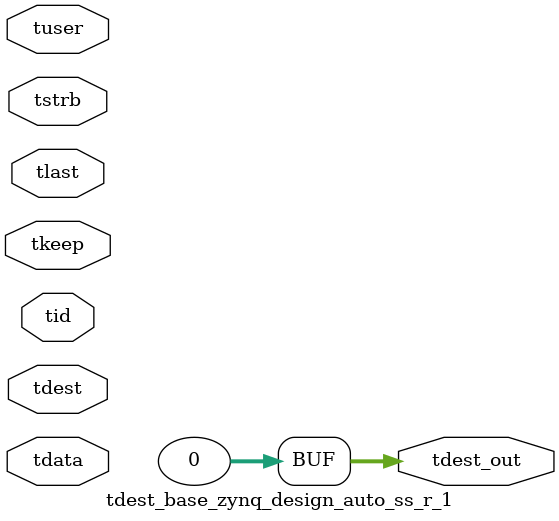
<source format=v>


`timescale 1ps/1ps

module tdest_base_zynq_design_auto_ss_r_1 #
(
parameter C_S_AXIS_TDATA_WIDTH = 32,
parameter C_S_AXIS_TUSER_WIDTH = 0,
parameter C_S_AXIS_TID_WIDTH   = 0,
parameter C_S_AXIS_TDEST_WIDTH = 0,
parameter C_M_AXIS_TDEST_WIDTH = 32
)
(
input  [(C_S_AXIS_TDATA_WIDTH == 0 ? 1 : C_S_AXIS_TDATA_WIDTH)-1:0     ] tdata,
input  [(C_S_AXIS_TUSER_WIDTH == 0 ? 1 : C_S_AXIS_TUSER_WIDTH)-1:0     ] tuser,
input  [(C_S_AXIS_TID_WIDTH   == 0 ? 1 : C_S_AXIS_TID_WIDTH)-1:0       ] tid,
input  [(C_S_AXIS_TDEST_WIDTH == 0 ? 1 : C_S_AXIS_TDEST_WIDTH)-1:0     ] tdest,
input  [(C_S_AXIS_TDATA_WIDTH/8)-1:0 ] tkeep,
input  [(C_S_AXIS_TDATA_WIDTH/8)-1:0 ] tstrb,
input                                                                    tlast,
output [C_M_AXIS_TDEST_WIDTH-1:0] tdest_out
);

assign tdest_out = {1'b0};

endmodule


</source>
